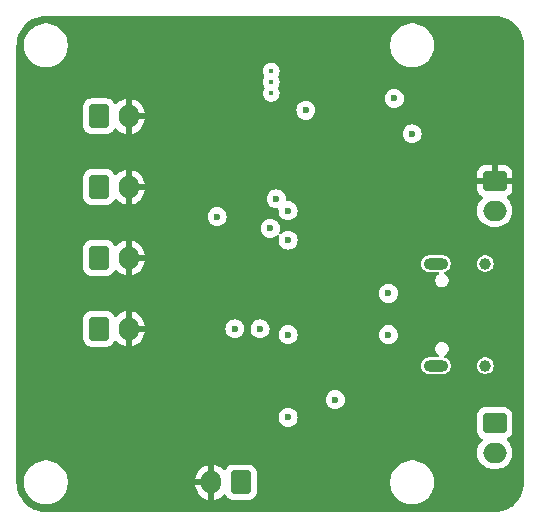
<source format=gbr>
%TF.GenerationSoftware,KiCad,Pcbnew,8.0.8*%
%TF.CreationDate,2025-02-07T16:47:41-05:00*%
%TF.ProjectId,power-delivery-board,706f7765-722d-4646-956c-69766572792d,rev?*%
%TF.SameCoordinates,Original*%
%TF.FileFunction,Copper,L3,Inr*%
%TF.FilePolarity,Positive*%
%FSLAX46Y46*%
G04 Gerber Fmt 4.6, Leading zero omitted, Abs format (unit mm)*
G04 Created by KiCad (PCBNEW 8.0.8) date 2025-02-07 16:47:41*
%MOMM*%
%LPD*%
G01*
G04 APERTURE LIST*
G04 Aperture macros list*
%AMRoundRect*
0 Rectangle with rounded corners*
0 $1 Rounding radius*
0 $2 $3 $4 $5 $6 $7 $8 $9 X,Y pos of 4 corners*
0 Add a 4 corners polygon primitive as box body*
4,1,4,$2,$3,$4,$5,$6,$7,$8,$9,$2,$3,0*
0 Add four circle primitives for the rounded corners*
1,1,$1+$1,$2,$3*
1,1,$1+$1,$4,$5*
1,1,$1+$1,$6,$7*
1,1,$1+$1,$8,$9*
0 Add four rect primitives between the rounded corners*
20,1,$1+$1,$2,$3,$4,$5,0*
20,1,$1+$1,$4,$5,$6,$7,0*
20,1,$1+$1,$6,$7,$8,$9,0*
20,1,$1+$1,$8,$9,$2,$3,0*%
G04 Aperture macros list end*
%TA.AperFunction,ComponentPad*%
%ADD10RoundRect,0.250000X-0.600000X-0.750000X0.600000X-0.750000X0.600000X0.750000X-0.600000X0.750000X0*%
%TD*%
%TA.AperFunction,ComponentPad*%
%ADD11O,1.700000X2.000000*%
%TD*%
%TA.AperFunction,ComponentPad*%
%ADD12RoundRect,0.250000X-0.750000X0.600000X-0.750000X-0.600000X0.750000X-0.600000X0.750000X0.600000X0*%
%TD*%
%TA.AperFunction,ComponentPad*%
%ADD13O,2.000000X1.700000*%
%TD*%
%TA.AperFunction,ComponentPad*%
%ADD14RoundRect,0.250000X0.600000X0.750000X-0.600000X0.750000X-0.600000X-0.750000X0.600000X-0.750000X0*%
%TD*%
%TA.AperFunction,ComponentPad*%
%ADD15O,2.100000X1.000000*%
%TD*%
%TA.AperFunction,ComponentPad*%
%ADD16C,1.000000*%
%TD*%
%TA.AperFunction,ComponentPad*%
%ADD17C,0.400000*%
%TD*%
%TA.AperFunction,ViaPad*%
%ADD18C,0.600000*%
%TD*%
G04 APERTURE END LIST*
D10*
%TO.N,VOUT2*%
%TO.C,J2*%
X59698845Y-56104083D03*
D11*
%TO.N,GND*%
X62198845Y-56104083D03*
%TD*%
D12*
%TO.N,GND*%
%TO.C,J7*%
X93198845Y-55604083D03*
D13*
%TO.N,BAT+*%
X93198845Y-58104083D03*
%TD*%
D10*
%TO.N,VOUT4*%
%TO.C,J4*%
X59698845Y-68104083D03*
D11*
%TO.N,GND*%
X62198845Y-68104083D03*
%TD*%
D14*
%TO.N,VIN*%
%TO.C,J5*%
X71698845Y-81104083D03*
D11*
%TO.N,GND*%
X69198845Y-81104083D03*
%TD*%
D15*
%TO.N,N/C*%
%TO.C,P1*%
X88218844Y-71226581D03*
X88218844Y-62586581D03*
D16*
X92398844Y-71226581D03*
X92398844Y-62586581D03*
%TD*%
D10*
%TO.N,VOUT3*%
%TO.C,J3*%
X59698845Y-62104083D03*
D11*
%TO.N,GND*%
X62198845Y-62104083D03*
%TD*%
D10*
%TO.N,VOUT1*%
%TO.C,J1*%
X59698845Y-50104083D03*
D11*
%TO.N,GND*%
X62198845Y-50104083D03*
%TD*%
D12*
%TO.N,D+*%
%TO.C,J6*%
X93198845Y-76104083D03*
D13*
%TO.N,D-*%
X93198845Y-78604083D03*
%TD*%
D17*
%TO.N,unconnected-(U1-EXP__1-PadP1)*%
%TO.C,U1*%
X74274791Y-48174083D03*
%TO.N,unconnected-(U1-EXP__2-PadP2)*%
X74274791Y-47224084D03*
%TO.N,unconnected-(U1-EXP__3-PadP3)*%
X74274791Y-46274085D03*
%TD*%
D18*
%TO.N,VOUT2*%
X74698845Y-57104083D03*
X69698845Y-58604083D03*
%TO.N,GND*%
X54648845Y-60954083D03*
X77698845Y-51104083D03*
X78698845Y-49104083D03*
X73198845Y-45104083D03*
X76198845Y-49104083D03*
X68386345Y-55104083D03*
X73774791Y-71174083D03*
X72198845Y-65104083D03*
X73228845Y-70464083D03*
X73328845Y-72034083D03*
X89198845Y-53104083D03*
X89698845Y-55604083D03*
X79698845Y-70104083D03*
X54586345Y-54954083D03*
X82198845Y-49104083D03*
X85698845Y-70104083D03*
X67698845Y-73429083D03*
X73198845Y-75104083D03*
X81198845Y-55604083D03*
X54549764Y-48917502D03*
X90098845Y-49104083D03*
X68698845Y-48604083D03*
X72198845Y-57854083D03*
X74208845Y-70524083D03*
X54648845Y-66954083D03*
X67497899Y-71429083D03*
X85616002Y-66804083D03*
X86198845Y-68104083D03*
X78773845Y-57604083D03*
X86198845Y-63604083D03*
X78198845Y-81154082D03*
X82698845Y-61104083D03*
X74248845Y-71964083D03*
X79698845Y-76104083D03*
X90098845Y-51104083D03*
X90098845Y-47104083D03*
%TO.N,VOUT3*%
X74198845Y-59604083D03*
X75698845Y-58104083D03*
%TO.N,VBUS*%
X84198845Y-68604083D03*
X86198845Y-51604083D03*
X84198845Y-65104083D03*
%TO.N,VOUT4*%
X79698845Y-74104083D03*
X75698845Y-75604083D03*
%TO.N,BAT+*%
X84698845Y-48604083D03*
%TO.N,VIN*%
X77198845Y-49604083D03*
X75698845Y-60604083D03*
X75698845Y-68604083D03*
%TO.N,Net-(U4-SW)*%
X71198845Y-68104083D03*
X73324792Y-68104083D03*
%TD*%
%TA.AperFunction,Conductor*%
%TO.N,GND*%
G36*
X93202572Y-41604809D02*
G01*
X93492630Y-41622358D01*
X93507494Y-41624163D01*
X93789629Y-41675869D01*
X93804162Y-41679452D01*
X93804306Y-41679497D01*
X94078006Y-41764789D01*
X94092006Y-41770099D01*
X94353562Y-41887819D01*
X94366821Y-41894778D01*
X94612282Y-42043167D01*
X94624605Y-42051673D01*
X94850390Y-42228566D01*
X94861598Y-42238495D01*
X95064419Y-42441318D01*
X95074348Y-42452526D01*
X95251238Y-42678312D01*
X95259744Y-42690635D01*
X95408131Y-42936097D01*
X95415090Y-42949356D01*
X95532811Y-43210921D01*
X95538120Y-43224921D01*
X95623451Y-43498755D01*
X95627035Y-43513294D01*
X95678738Y-43795427D01*
X95680543Y-43810291D01*
X95698119Y-44100809D01*
X95698345Y-44108297D01*
X95698345Y-81030583D01*
X95698344Y-81030601D01*
X95698344Y-81100337D01*
X95698118Y-81107823D01*
X95680574Y-81397885D01*
X95678769Y-81412749D01*
X95627069Y-81694883D01*
X95623486Y-81709423D01*
X95538152Y-81983274D01*
X95532842Y-81997274D01*
X95415124Y-82258839D01*
X95408165Y-82272098D01*
X95259780Y-82517560D01*
X95251275Y-82529883D01*
X95074375Y-82755685D01*
X95064445Y-82766893D01*
X94861630Y-82969713D01*
X94850422Y-82979643D01*
X94624630Y-83156543D01*
X94612307Y-83165049D01*
X94366844Y-83313440D01*
X94353586Y-83320399D01*
X94092020Y-83438125D01*
X94078019Y-83443435D01*
X93804176Y-83528772D01*
X93789637Y-83532356D01*
X93507499Y-83584063D01*
X93492635Y-83585868D01*
X93203597Y-83603357D01*
X93196108Y-83603583D01*
X55272340Y-83603583D01*
X55272324Y-83603582D01*
X55202584Y-83603582D01*
X55195099Y-83603356D01*
X54905038Y-83585815D01*
X54890173Y-83584010D01*
X54608043Y-83532312D01*
X54593503Y-83528729D01*
X54319653Y-83443396D01*
X54305653Y-83438086D01*
X54044089Y-83320369D01*
X54030830Y-83313410D01*
X53785363Y-83165023D01*
X53773047Y-83156522D01*
X53547244Y-82979619D01*
X53536042Y-82969695D01*
X53333222Y-82766876D01*
X53323293Y-82755669D01*
X53237384Y-82646015D01*
X53146395Y-82529877D01*
X53137889Y-82517555D01*
X52989496Y-82272082D01*
X52982538Y-82258824D01*
X52944100Y-82173419D01*
X52864815Y-81997255D01*
X52859513Y-81983274D01*
X52774175Y-81709413D01*
X52770596Y-81694895D01*
X52718891Y-81412746D01*
X52717087Y-81397882D01*
X52699571Y-81108285D01*
X52699345Y-81100797D01*
X52699345Y-81100337D01*
X52699346Y-81038194D01*
X52699345Y-81038190D01*
X52699345Y-80982794D01*
X53348345Y-80982794D01*
X53348345Y-81225371D01*
X53380006Y-81465868D01*
X53442792Y-81700187D01*
X53535618Y-81924288D01*
X53535621Y-81924295D01*
X53656909Y-82134372D01*
X53656911Y-82134375D01*
X53656912Y-82134376D01*
X53804578Y-82326819D01*
X53804584Y-82326826D01*
X53976101Y-82498343D01*
X53976108Y-82498349D01*
X54070581Y-82570840D01*
X54168556Y-82646019D01*
X54378633Y-82767307D01*
X54602745Y-82860137D01*
X54837056Y-82922921D01*
X55017431Y-82946667D01*
X55077556Y-82954583D01*
X55077557Y-82954583D01*
X55320134Y-82954583D01*
X55368233Y-82948250D01*
X55560634Y-82922921D01*
X55794945Y-82860137D01*
X56019057Y-82767307D01*
X56229134Y-82646019D01*
X56421583Y-82498348D01*
X56593110Y-82326821D01*
X56740781Y-82134372D01*
X56862069Y-81924295D01*
X56954899Y-81700183D01*
X57017683Y-81465872D01*
X57049345Y-81225371D01*
X57049345Y-80982795D01*
X57031578Y-80847836D01*
X67848845Y-80847836D01*
X67848845Y-80854083D01*
X68765833Y-80854083D01*
X68732920Y-80911090D01*
X68698845Y-81038257D01*
X68698845Y-81169909D01*
X68732920Y-81297076D01*
X68765833Y-81354083D01*
X67848845Y-81354083D01*
X67848845Y-81360329D01*
X67882087Y-81570210D01*
X67882087Y-81570213D01*
X67947749Y-81772300D01*
X68044224Y-81961640D01*
X68169117Y-82133542D01*
X68169121Y-82133547D01*
X68319380Y-82283806D01*
X68319385Y-82283810D01*
X68491287Y-82408703D01*
X68680627Y-82505178D01*
X68882716Y-82570840D01*
X68948845Y-82581314D01*
X68948845Y-81537095D01*
X69005852Y-81570008D01*
X69133019Y-81604083D01*
X69264671Y-81604083D01*
X69391838Y-81570008D01*
X69448845Y-81537095D01*
X69448845Y-82581313D01*
X69514971Y-82570840D01*
X69514974Y-82570840D01*
X69717062Y-82505178D01*
X69906402Y-82408703D01*
X70078303Y-82283811D01*
X70217175Y-82144939D01*
X70278498Y-82111454D01*
X70348190Y-82116438D01*
X70404124Y-82158309D01*
X70410396Y-82167523D01*
X70414030Y-82173414D01*
X70414031Y-82173417D01*
X70506133Y-82322739D01*
X70630189Y-82446795D01*
X70779511Y-82538897D01*
X70946048Y-82594082D01*
X71048836Y-82604583D01*
X72348853Y-82604582D01*
X72451642Y-82594082D01*
X72618179Y-82538897D01*
X72767501Y-82446795D01*
X72891557Y-82322739D01*
X72983659Y-82173417D01*
X73038844Y-82006880D01*
X73049345Y-81904092D01*
X73049344Y-80982794D01*
X84348345Y-80982794D01*
X84348345Y-81225371D01*
X84380006Y-81465868D01*
X84442792Y-81700187D01*
X84535618Y-81924288D01*
X84535621Y-81924295D01*
X84656909Y-82134372D01*
X84656911Y-82134375D01*
X84656912Y-82134376D01*
X84804578Y-82326819D01*
X84804584Y-82326826D01*
X84976101Y-82498343D01*
X84976108Y-82498349D01*
X85070581Y-82570840D01*
X85168556Y-82646019D01*
X85378633Y-82767307D01*
X85602745Y-82860137D01*
X85837056Y-82922921D01*
X86017431Y-82946667D01*
X86077556Y-82954583D01*
X86077557Y-82954583D01*
X86320134Y-82954583D01*
X86368233Y-82948250D01*
X86560634Y-82922921D01*
X86794945Y-82860137D01*
X87019057Y-82767307D01*
X87229134Y-82646019D01*
X87421583Y-82498348D01*
X87593110Y-82326821D01*
X87740781Y-82134372D01*
X87862069Y-81924295D01*
X87954899Y-81700183D01*
X88017683Y-81465872D01*
X88049345Y-81225371D01*
X88049345Y-80982795D01*
X88017683Y-80742294D01*
X87954899Y-80507983D01*
X87862069Y-80283871D01*
X87740781Y-80073794D01*
X87593110Y-79881345D01*
X87593105Y-79881339D01*
X87421588Y-79709822D01*
X87421581Y-79709816D01*
X87229138Y-79562150D01*
X87229137Y-79562149D01*
X87229134Y-79562147D01*
X87019057Y-79440859D01*
X87019050Y-79440856D01*
X86794949Y-79348030D01*
X86560630Y-79285244D01*
X86320134Y-79253583D01*
X86320133Y-79253583D01*
X86077557Y-79253583D01*
X86077556Y-79253583D01*
X85837059Y-79285244D01*
X85602740Y-79348030D01*
X85378639Y-79440856D01*
X85378630Y-79440860D01*
X85168551Y-79562150D01*
X84976108Y-79709816D01*
X84976101Y-79709822D01*
X84804584Y-79881339D01*
X84804578Y-79881346D01*
X84656912Y-80073789D01*
X84535622Y-80283868D01*
X84535618Y-80283877D01*
X84442792Y-80507978D01*
X84380006Y-80742297D01*
X84348345Y-80982794D01*
X73049344Y-80982794D01*
X73049344Y-80304075D01*
X73038844Y-80201286D01*
X72983659Y-80034749D01*
X72891557Y-79885427D01*
X72767501Y-79761371D01*
X72618179Y-79669269D01*
X72451642Y-79614084D01*
X72451640Y-79614083D01*
X72348855Y-79603583D01*
X71048843Y-79603583D01*
X71048826Y-79603584D01*
X70946048Y-79614083D01*
X70946045Y-79614084D01*
X70779513Y-79669268D01*
X70779508Y-79669270D01*
X70630187Y-79761372D01*
X70506134Y-79885425D01*
X70410396Y-80040642D01*
X70358448Y-80087366D01*
X70289485Y-80098589D01*
X70225403Y-80070745D01*
X70217176Y-80063226D01*
X70078309Y-79924359D01*
X70078304Y-79924355D01*
X69906402Y-79799462D01*
X69717060Y-79702986D01*
X69514969Y-79637324D01*
X69448845Y-79626851D01*
X69448845Y-80671071D01*
X69391838Y-80638158D01*
X69264671Y-80604083D01*
X69133019Y-80604083D01*
X69005852Y-80638158D01*
X68948845Y-80671071D01*
X68948845Y-79626851D01*
X68948844Y-79626851D01*
X68882720Y-79637324D01*
X68680629Y-79702986D01*
X68491287Y-79799462D01*
X68319385Y-79924355D01*
X68319380Y-79924359D01*
X68169121Y-80074618D01*
X68169117Y-80074623D01*
X68044224Y-80246525D01*
X67947749Y-80435865D01*
X67882087Y-80637952D01*
X67882087Y-80637955D01*
X67848845Y-80847836D01*
X57031578Y-80847836D01*
X57017683Y-80742294D01*
X56954899Y-80507983D01*
X56862069Y-80283871D01*
X56740781Y-80073794D01*
X56593110Y-79881345D01*
X56593105Y-79881339D01*
X56421588Y-79709822D01*
X56421581Y-79709816D01*
X56229138Y-79562150D01*
X56229137Y-79562149D01*
X56229134Y-79562147D01*
X56019057Y-79440859D01*
X56019050Y-79440856D01*
X55794949Y-79348030D01*
X55560630Y-79285244D01*
X55320134Y-79253583D01*
X55320133Y-79253583D01*
X55077557Y-79253583D01*
X55077556Y-79253583D01*
X54837059Y-79285244D01*
X54602740Y-79348030D01*
X54378639Y-79440856D01*
X54378630Y-79440860D01*
X54168551Y-79562150D01*
X53976108Y-79709816D01*
X53976101Y-79709822D01*
X53804584Y-79881339D01*
X53804578Y-79881346D01*
X53656912Y-80073789D01*
X53535622Y-80283868D01*
X53535618Y-80283877D01*
X53442792Y-80507978D01*
X53380006Y-80742297D01*
X53348345Y-80982794D01*
X52699345Y-80982794D01*
X52699345Y-75604079D01*
X74893280Y-75604079D01*
X74893280Y-75604086D01*
X74913475Y-75783332D01*
X74913476Y-75783337D01*
X74973056Y-75953606D01*
X75069029Y-76106345D01*
X75196583Y-76233899D01*
X75349323Y-76329872D01*
X75519590Y-76389451D01*
X75519595Y-76389452D01*
X75698841Y-76409648D01*
X75698845Y-76409648D01*
X75698849Y-76409648D01*
X75878094Y-76389452D01*
X75878097Y-76389451D01*
X75878100Y-76389451D01*
X76048367Y-76329872D01*
X76201107Y-76233899D01*
X76328661Y-76106345D01*
X76424634Y-75953605D01*
X76484213Y-75783338D01*
X76504410Y-75604083D01*
X76487508Y-75454075D01*
X76487507Y-75454066D01*
X91698345Y-75454066D01*
X91698345Y-76754084D01*
X91698346Y-76754101D01*
X91708845Y-76856879D01*
X91708846Y-76856882D01*
X91764030Y-77023414D01*
X91764032Y-77023419D01*
X91856134Y-77172740D01*
X91980189Y-77296795D01*
X92134965Y-77392261D01*
X92181690Y-77444209D01*
X92192913Y-77513171D01*
X92165069Y-77577254D01*
X92157551Y-77585481D01*
X92018734Y-77724298D01*
X91893796Y-77896262D01*
X91797289Y-78085668D01*
X91731598Y-78287843D01*
X91698345Y-78497796D01*
X91698345Y-78710369D01*
X91731598Y-78920322D01*
X91797289Y-79122497D01*
X91893796Y-79311903D01*
X92018735Y-79483869D01*
X92169058Y-79634192D01*
X92341024Y-79759131D01*
X92341026Y-79759132D01*
X92341029Y-79759134D01*
X92530433Y-79855640D01*
X92732602Y-79921329D01*
X92942558Y-79954583D01*
X92942559Y-79954583D01*
X93455131Y-79954583D01*
X93455132Y-79954583D01*
X93665088Y-79921329D01*
X93867257Y-79855640D01*
X94056661Y-79759134D01*
X94133943Y-79702986D01*
X94228631Y-79634192D01*
X94228633Y-79634189D01*
X94228637Y-79634187D01*
X94378949Y-79483875D01*
X94378951Y-79483871D01*
X94378954Y-79483869D01*
X94503893Y-79311903D01*
X94503892Y-79311903D01*
X94503896Y-79311899D01*
X94600402Y-79122495D01*
X94666091Y-78920326D01*
X94699345Y-78710370D01*
X94699345Y-78497796D01*
X94666091Y-78287840D01*
X94600402Y-78085671D01*
X94503896Y-77896267D01*
X94503894Y-77896264D01*
X94503893Y-77896262D01*
X94378954Y-77724296D01*
X94240139Y-77585481D01*
X94206654Y-77524158D01*
X94211638Y-77454466D01*
X94253510Y-77398533D01*
X94262724Y-77392261D01*
X94268176Y-77388897D01*
X94268179Y-77388897D01*
X94417501Y-77296795D01*
X94541557Y-77172739D01*
X94633659Y-77023417D01*
X94688844Y-76856880D01*
X94699345Y-76754092D01*
X94699344Y-75454075D01*
X94688844Y-75351286D01*
X94633659Y-75184749D01*
X94541557Y-75035427D01*
X94417501Y-74911371D01*
X94324733Y-74854152D01*
X94268181Y-74819270D01*
X94268176Y-74819268D01*
X94266501Y-74818713D01*
X94101642Y-74764084D01*
X94101640Y-74764083D01*
X93998855Y-74753583D01*
X92398843Y-74753583D01*
X92398826Y-74753584D01*
X92296048Y-74764083D01*
X92296045Y-74764084D01*
X92129513Y-74819268D01*
X92129508Y-74819270D01*
X91980187Y-74911372D01*
X91856134Y-75035425D01*
X91764032Y-75184746D01*
X91764030Y-75184751D01*
X91736194Y-75268753D01*
X91708846Y-75351286D01*
X91708846Y-75351287D01*
X91708845Y-75351287D01*
X91698345Y-75454066D01*
X76487507Y-75454066D01*
X76484214Y-75424833D01*
X76484213Y-75424828D01*
X76458480Y-75351287D01*
X76424634Y-75254561D01*
X76328661Y-75101821D01*
X76201107Y-74974267D01*
X76048368Y-74878294D01*
X75878099Y-74818714D01*
X75878094Y-74818713D01*
X75698849Y-74798518D01*
X75698841Y-74798518D01*
X75519595Y-74818713D01*
X75519590Y-74818714D01*
X75349321Y-74878294D01*
X75196582Y-74974267D01*
X75069029Y-75101820D01*
X74973056Y-75254559D01*
X74913476Y-75424828D01*
X74913475Y-75424833D01*
X74893280Y-75604079D01*
X52699345Y-75604079D01*
X52699345Y-74104079D01*
X78893280Y-74104079D01*
X78893280Y-74104086D01*
X78913475Y-74283332D01*
X78913476Y-74283337D01*
X78973056Y-74453606D01*
X79069029Y-74606345D01*
X79196583Y-74733899D01*
X79244621Y-74764083D01*
X79331566Y-74818715D01*
X79349323Y-74829872D01*
X79487705Y-74878294D01*
X79519590Y-74889451D01*
X79519595Y-74889452D01*
X79698841Y-74909648D01*
X79698845Y-74909648D01*
X79698849Y-74909648D01*
X79878094Y-74889452D01*
X79878097Y-74889451D01*
X79878100Y-74889451D01*
X80048367Y-74829872D01*
X80201107Y-74733899D01*
X80328661Y-74606345D01*
X80424634Y-74453605D01*
X80484213Y-74283338D01*
X80504410Y-74104083D01*
X80484213Y-73924828D01*
X80424634Y-73754561D01*
X80328661Y-73601821D01*
X80201107Y-73474267D01*
X80048368Y-73378294D01*
X79878099Y-73318714D01*
X79878094Y-73318713D01*
X79698849Y-73298518D01*
X79698841Y-73298518D01*
X79519595Y-73318713D01*
X79519590Y-73318714D01*
X79349321Y-73378294D01*
X79196582Y-73474267D01*
X79069029Y-73601820D01*
X78973056Y-73754559D01*
X78913476Y-73924828D01*
X78913475Y-73924833D01*
X78893280Y-74104079D01*
X52699345Y-74104079D01*
X52699345Y-71295576D01*
X86968343Y-71295576D01*
X86995262Y-71430903D01*
X86995265Y-71430913D01*
X87048065Y-71558385D01*
X87048072Y-71558398D01*
X87124729Y-71673122D01*
X87124732Y-71673126D01*
X87222298Y-71770692D01*
X87222302Y-71770695D01*
X87337026Y-71847352D01*
X87337039Y-71847359D01*
X87464511Y-71900159D01*
X87464516Y-71900161D01*
X87464520Y-71900161D01*
X87464521Y-71900162D01*
X87599848Y-71927081D01*
X87599851Y-71927081D01*
X88837839Y-71927081D01*
X88928885Y-71908970D01*
X88973172Y-71900161D01*
X89100655Y-71847356D01*
X89215386Y-71770695D01*
X89312958Y-71673123D01*
X89389619Y-71558392D01*
X89442424Y-71430909D01*
X89469344Y-71295574D01*
X89469344Y-71226581D01*
X91693199Y-71226581D01*
X91713703Y-71395450D01*
X91713704Y-71395455D01*
X91774026Y-71554512D01*
X91836319Y-71644758D01*
X91870661Y-71694510D01*
X91976349Y-71788141D01*
X91997994Y-71807317D01*
X92148617Y-71886370D01*
X92148619Y-71886371D01*
X92313788Y-71927081D01*
X92483900Y-71927081D01*
X92649069Y-71886371D01*
X92728536Y-71844662D01*
X92799693Y-71807317D01*
X92799694Y-71807315D01*
X92799696Y-71807315D01*
X92927027Y-71694510D01*
X93023662Y-71554511D01*
X93083984Y-71395453D01*
X93104489Y-71226581D01*
X93083984Y-71057709D01*
X93070537Y-71022253D01*
X93023661Y-70898649D01*
X92941789Y-70780039D01*
X92927027Y-70758652D01*
X92799696Y-70645847D01*
X92799693Y-70645844D01*
X92649070Y-70566791D01*
X92483900Y-70526081D01*
X92313788Y-70526081D01*
X92148617Y-70566791D01*
X91997994Y-70645844D01*
X91870660Y-70758653D01*
X91774026Y-70898649D01*
X91713704Y-71057706D01*
X91713703Y-71057711D01*
X91693199Y-71226581D01*
X89469344Y-71226581D01*
X89469344Y-71157588D01*
X89469344Y-71157585D01*
X89442425Y-71022258D01*
X89442424Y-71022257D01*
X89442424Y-71022253D01*
X89391226Y-70898649D01*
X89389622Y-70894776D01*
X89389615Y-70894763D01*
X89312958Y-70780039D01*
X89312955Y-70780035D01*
X89215389Y-70682469D01*
X89215385Y-70682466D01*
X89100661Y-70605809D01*
X89100648Y-70605802D01*
X88967545Y-70550670D01*
X88968289Y-70548872D01*
X88917374Y-70515493D01*
X88888928Y-70451676D01*
X88899500Y-70382610D01*
X88945732Y-70330225D01*
X88949821Y-70327758D01*
X89072209Y-70257097D01*
X89179359Y-70149947D01*
X89255125Y-70018717D01*
X89294344Y-69872348D01*
X89294344Y-69720816D01*
X89255125Y-69574447D01*
X89253042Y-69570840D01*
X89215132Y-69505178D01*
X89179359Y-69443217D01*
X89072209Y-69336067D01*
X88981691Y-69283806D01*
X88940980Y-69260301D01*
X88842444Y-69233899D01*
X88794610Y-69221082D01*
X88643078Y-69221082D01*
X88496707Y-69260301D01*
X88365479Y-69336067D01*
X88365476Y-69336069D01*
X88258331Y-69443214D01*
X88258329Y-69443217D01*
X88182563Y-69574445D01*
X88143344Y-69720816D01*
X88143344Y-69872347D01*
X88182563Y-70018718D01*
X88220446Y-70084332D01*
X88258329Y-70149947D01*
X88365479Y-70257097D01*
X88430599Y-70294694D01*
X88478814Y-70345262D01*
X88492036Y-70413869D01*
X88466068Y-70478733D01*
X88409154Y-70519261D01*
X88368598Y-70526081D01*
X87599849Y-70526081D01*
X87464521Y-70552999D01*
X87464511Y-70553002D01*
X87337039Y-70605802D01*
X87337026Y-70605809D01*
X87222302Y-70682466D01*
X87222298Y-70682469D01*
X87124732Y-70780035D01*
X87124729Y-70780039D01*
X87048072Y-70894763D01*
X87048065Y-70894776D01*
X86995265Y-71022248D01*
X86995262Y-71022258D01*
X86968344Y-71157585D01*
X86968344Y-71157588D01*
X86968344Y-71295574D01*
X86968344Y-71295576D01*
X86968343Y-71295576D01*
X52699345Y-71295576D01*
X52699345Y-67304066D01*
X58348345Y-67304066D01*
X58348345Y-68904084D01*
X58348346Y-68904101D01*
X58358845Y-69006879D01*
X58358846Y-69006882D01*
X58391805Y-69106345D01*
X58414031Y-69173417D01*
X58506133Y-69322739D01*
X58630189Y-69446795D01*
X58779511Y-69538897D01*
X58946048Y-69594082D01*
X59048836Y-69604583D01*
X60348853Y-69604582D01*
X60451642Y-69594082D01*
X60618179Y-69538897D01*
X60767501Y-69446795D01*
X60891557Y-69322739D01*
X60983659Y-69173417D01*
X60983659Y-69173414D01*
X60987293Y-69167524D01*
X61039240Y-69120799D01*
X61108203Y-69109576D01*
X61172285Y-69137419D01*
X61180513Y-69144939D01*
X61319380Y-69283806D01*
X61319385Y-69283810D01*
X61491287Y-69408703D01*
X61680627Y-69505178D01*
X61882716Y-69570840D01*
X61948845Y-69581314D01*
X61948845Y-68537095D01*
X62005852Y-68570008D01*
X62133019Y-68604083D01*
X62264671Y-68604083D01*
X62391838Y-68570008D01*
X62448845Y-68537095D01*
X62448845Y-69581313D01*
X62514971Y-69570840D01*
X62514974Y-69570840D01*
X62717062Y-69505178D01*
X62906402Y-69408703D01*
X63078304Y-69283810D01*
X63078309Y-69283806D01*
X63228568Y-69133547D01*
X63228572Y-69133542D01*
X63353465Y-68961640D01*
X63449940Y-68772300D01*
X63515602Y-68570213D01*
X63515602Y-68570210D01*
X63548845Y-68360329D01*
X63548845Y-68354083D01*
X62631857Y-68354083D01*
X62664770Y-68297076D01*
X62698845Y-68169909D01*
X62698845Y-68104079D01*
X70393280Y-68104079D01*
X70393280Y-68104086D01*
X70413475Y-68283332D01*
X70413476Y-68283337D01*
X70473056Y-68453606D01*
X70546197Y-68570008D01*
X70569029Y-68606345D01*
X70696583Y-68733899D01*
X70849323Y-68829872D01*
X71019590Y-68889451D01*
X71019595Y-68889452D01*
X71198841Y-68909648D01*
X71198845Y-68909648D01*
X71198849Y-68909648D01*
X71378094Y-68889452D01*
X71378097Y-68889451D01*
X71378100Y-68889451D01*
X71548367Y-68829872D01*
X71701107Y-68733899D01*
X71828661Y-68606345D01*
X71924634Y-68453605D01*
X71984213Y-68283338D01*
X71984214Y-68283332D01*
X72004410Y-68104086D01*
X72004410Y-68104079D01*
X72519227Y-68104079D01*
X72519227Y-68104086D01*
X72539422Y-68283332D01*
X72539423Y-68283337D01*
X72599003Y-68453606D01*
X72672144Y-68570008D01*
X72694976Y-68606345D01*
X72822530Y-68733899D01*
X72975270Y-68829872D01*
X73145537Y-68889451D01*
X73145542Y-68889452D01*
X73324788Y-68909648D01*
X73324792Y-68909648D01*
X73324796Y-68909648D01*
X73504041Y-68889452D01*
X73504044Y-68889451D01*
X73504047Y-68889451D01*
X73674314Y-68829872D01*
X73827054Y-68733899D01*
X73954608Y-68606345D01*
X73956032Y-68604079D01*
X74893280Y-68604079D01*
X74893280Y-68604086D01*
X74913475Y-68783332D01*
X74913476Y-68783337D01*
X74973056Y-68953606D01*
X75006530Y-69006879D01*
X75069029Y-69106345D01*
X75196583Y-69233899D01*
X75349323Y-69329872D01*
X75519590Y-69389451D01*
X75519595Y-69389452D01*
X75698841Y-69409648D01*
X75698845Y-69409648D01*
X75698849Y-69409648D01*
X75878094Y-69389452D01*
X75878097Y-69389451D01*
X75878100Y-69389451D01*
X76048367Y-69329872D01*
X76201107Y-69233899D01*
X76328661Y-69106345D01*
X76424634Y-68953605D01*
X76484213Y-68783338D01*
X76485457Y-68772300D01*
X76504410Y-68604086D01*
X76504410Y-68604079D01*
X83393280Y-68604079D01*
X83393280Y-68604086D01*
X83413475Y-68783332D01*
X83413476Y-68783337D01*
X83473056Y-68953606D01*
X83506530Y-69006879D01*
X83569029Y-69106345D01*
X83696583Y-69233899D01*
X83849323Y-69329872D01*
X84019590Y-69389451D01*
X84019595Y-69389452D01*
X84198841Y-69409648D01*
X84198845Y-69409648D01*
X84198849Y-69409648D01*
X84378094Y-69389452D01*
X84378097Y-69389451D01*
X84378100Y-69389451D01*
X84548367Y-69329872D01*
X84701107Y-69233899D01*
X84828661Y-69106345D01*
X84924634Y-68953605D01*
X84984213Y-68783338D01*
X84985457Y-68772300D01*
X85004410Y-68604086D01*
X85004410Y-68604079D01*
X84984214Y-68424833D01*
X84984213Y-68424828D01*
X84959458Y-68354083D01*
X84924634Y-68254561D01*
X84828661Y-68101821D01*
X84701107Y-67974267D01*
X84548368Y-67878294D01*
X84378099Y-67818714D01*
X84378094Y-67818713D01*
X84198849Y-67798518D01*
X84198841Y-67798518D01*
X84019595Y-67818713D01*
X84019590Y-67818714D01*
X83849321Y-67878294D01*
X83696582Y-67974267D01*
X83569029Y-68101820D01*
X83473056Y-68254559D01*
X83413476Y-68424828D01*
X83413475Y-68424833D01*
X83393280Y-68604079D01*
X76504410Y-68604079D01*
X76484214Y-68424833D01*
X76484213Y-68424828D01*
X76459458Y-68354083D01*
X76424634Y-68254561D01*
X76328661Y-68101821D01*
X76201107Y-67974267D01*
X76048368Y-67878294D01*
X75878099Y-67818714D01*
X75878094Y-67818713D01*
X75698849Y-67798518D01*
X75698841Y-67798518D01*
X75519595Y-67818713D01*
X75519590Y-67818714D01*
X75349321Y-67878294D01*
X75196582Y-67974267D01*
X75069029Y-68101820D01*
X74973056Y-68254559D01*
X74913476Y-68424828D01*
X74913475Y-68424833D01*
X74893280Y-68604079D01*
X73956032Y-68604079D01*
X74050581Y-68453605D01*
X74110160Y-68283338D01*
X74110161Y-68283332D01*
X74130357Y-68104086D01*
X74130357Y-68104079D01*
X74110161Y-67924833D01*
X74110160Y-67924828D01*
X74065962Y-67798518D01*
X74050581Y-67754561D01*
X73954608Y-67601821D01*
X73827054Y-67474267D01*
X73765938Y-67435865D01*
X73674315Y-67378294D01*
X73504046Y-67318714D01*
X73504041Y-67318713D01*
X73324796Y-67298518D01*
X73324788Y-67298518D01*
X73145542Y-67318713D01*
X73145537Y-67318714D01*
X72975268Y-67378294D01*
X72822529Y-67474267D01*
X72694976Y-67601820D01*
X72599003Y-67754559D01*
X72539423Y-67924828D01*
X72539422Y-67924833D01*
X72519227Y-68104079D01*
X72004410Y-68104079D01*
X71984214Y-67924833D01*
X71984213Y-67924828D01*
X71940015Y-67798518D01*
X71924634Y-67754561D01*
X71828661Y-67601821D01*
X71701107Y-67474267D01*
X71639991Y-67435865D01*
X71548368Y-67378294D01*
X71378099Y-67318714D01*
X71378094Y-67318713D01*
X71198849Y-67298518D01*
X71198841Y-67298518D01*
X71019595Y-67318713D01*
X71019590Y-67318714D01*
X70849321Y-67378294D01*
X70696582Y-67474267D01*
X70569029Y-67601820D01*
X70473056Y-67754559D01*
X70413476Y-67924828D01*
X70413475Y-67924833D01*
X70393280Y-68104079D01*
X62698845Y-68104079D01*
X62698845Y-68038257D01*
X62664770Y-67911090D01*
X62631857Y-67854083D01*
X63548845Y-67854083D01*
X63548845Y-67847836D01*
X63515602Y-67637955D01*
X63515602Y-67637952D01*
X63449940Y-67435865D01*
X63353465Y-67246525D01*
X63228572Y-67074623D01*
X63228568Y-67074618D01*
X63078309Y-66924359D01*
X63078304Y-66924355D01*
X62906402Y-66799462D01*
X62717060Y-66702986D01*
X62514969Y-66637324D01*
X62448845Y-66626851D01*
X62448845Y-67671071D01*
X62391838Y-67638158D01*
X62264671Y-67604083D01*
X62133019Y-67604083D01*
X62005852Y-67638158D01*
X61948845Y-67671071D01*
X61948845Y-66626851D01*
X61948844Y-66626851D01*
X61882720Y-66637324D01*
X61680629Y-66702986D01*
X61491287Y-66799462D01*
X61319386Y-66924354D01*
X61180513Y-67063227D01*
X61119190Y-67096711D01*
X61049498Y-67091727D01*
X60993565Y-67049855D01*
X60987293Y-67040641D01*
X60891557Y-66885427D01*
X60767502Y-66761372D01*
X60767501Y-66761371D01*
X60618179Y-66669269D01*
X60451642Y-66614084D01*
X60451640Y-66614083D01*
X60348855Y-66603583D01*
X59048843Y-66603583D01*
X59048826Y-66603584D01*
X58946048Y-66614083D01*
X58946045Y-66614084D01*
X58779513Y-66669268D01*
X58779508Y-66669270D01*
X58630187Y-66761372D01*
X58506134Y-66885425D01*
X58414032Y-67034746D01*
X58414030Y-67034751D01*
X58409025Y-67049855D01*
X58358846Y-67201286D01*
X58358846Y-67201287D01*
X58358845Y-67201287D01*
X58348345Y-67304066D01*
X52699345Y-67304066D01*
X52699345Y-65104079D01*
X83393280Y-65104079D01*
X83393280Y-65104086D01*
X83413475Y-65283332D01*
X83413476Y-65283337D01*
X83473056Y-65453606D01*
X83569029Y-65606345D01*
X83696583Y-65733899D01*
X83849323Y-65829872D01*
X84019590Y-65889451D01*
X84019595Y-65889452D01*
X84198841Y-65909648D01*
X84198845Y-65909648D01*
X84198849Y-65909648D01*
X84378094Y-65889452D01*
X84378097Y-65889451D01*
X84378100Y-65889451D01*
X84548367Y-65829872D01*
X84701107Y-65733899D01*
X84828661Y-65606345D01*
X84924634Y-65453605D01*
X84984213Y-65283338D01*
X85004410Y-65104083D01*
X84984213Y-64924828D01*
X84924634Y-64754561D01*
X84828661Y-64601821D01*
X84701107Y-64474267D01*
X84548368Y-64378294D01*
X84378099Y-64318714D01*
X84378094Y-64318713D01*
X84198849Y-64298518D01*
X84198841Y-64298518D01*
X84019595Y-64318713D01*
X84019590Y-64318714D01*
X83849321Y-64378294D01*
X83696582Y-64474267D01*
X83569029Y-64601820D01*
X83473056Y-64754559D01*
X83413476Y-64924828D01*
X83413475Y-64924833D01*
X83393280Y-65104079D01*
X52699345Y-65104079D01*
X52699345Y-61304066D01*
X58348345Y-61304066D01*
X58348345Y-62904084D01*
X58348346Y-62904101D01*
X58358845Y-63006879D01*
X58358846Y-63006882D01*
X58367542Y-63033123D01*
X58414031Y-63173417D01*
X58506133Y-63322739D01*
X58630189Y-63446795D01*
X58779511Y-63538897D01*
X58946048Y-63594082D01*
X59048836Y-63604583D01*
X60348853Y-63604582D01*
X60451642Y-63594082D01*
X60618179Y-63538897D01*
X60767501Y-63446795D01*
X60891557Y-63322739D01*
X60983659Y-63173417D01*
X60983659Y-63173414D01*
X60987293Y-63167524D01*
X61039240Y-63120799D01*
X61108203Y-63109576D01*
X61172285Y-63137419D01*
X61180513Y-63144939D01*
X61319380Y-63283806D01*
X61319385Y-63283810D01*
X61491287Y-63408703D01*
X61680627Y-63505178D01*
X61882716Y-63570840D01*
X61948845Y-63581314D01*
X61948845Y-62537095D01*
X62005852Y-62570008D01*
X62133019Y-62604083D01*
X62264671Y-62604083D01*
X62391838Y-62570008D01*
X62448845Y-62537095D01*
X62448845Y-63581313D01*
X62514971Y-63570840D01*
X62514974Y-63570840D01*
X62717062Y-63505178D01*
X62906402Y-63408703D01*
X63078304Y-63283810D01*
X63078309Y-63283806D01*
X63228568Y-63133547D01*
X63228572Y-63133542D01*
X63353465Y-62961640D01*
X63449940Y-62772300D01*
X63487866Y-62655576D01*
X86968343Y-62655576D01*
X86995262Y-62790903D01*
X86995265Y-62790913D01*
X87048065Y-62918385D01*
X87048072Y-62918398D01*
X87124729Y-63033122D01*
X87124732Y-63033126D01*
X87222298Y-63130692D01*
X87222302Y-63130695D01*
X87337026Y-63207352D01*
X87337039Y-63207359D01*
X87464511Y-63260159D01*
X87464516Y-63260161D01*
X87464520Y-63260161D01*
X87464521Y-63260162D01*
X87599848Y-63287081D01*
X88368598Y-63287081D01*
X88435637Y-63306766D01*
X88481392Y-63359570D01*
X88491336Y-63428728D01*
X88462311Y-63492284D01*
X88430599Y-63518468D01*
X88365479Y-63556065D01*
X88365476Y-63556067D01*
X88258331Y-63663212D01*
X88258329Y-63663215D01*
X88182563Y-63794443D01*
X88143344Y-63940814D01*
X88143344Y-64092345D01*
X88182563Y-64238716D01*
X88217090Y-64298518D01*
X88258329Y-64369945D01*
X88365479Y-64477095D01*
X88496709Y-64552861D01*
X88643078Y-64592080D01*
X88643080Y-64592080D01*
X88794608Y-64592080D01*
X88794610Y-64592080D01*
X88940979Y-64552861D01*
X89072209Y-64477095D01*
X89179359Y-64369945D01*
X89255125Y-64238715D01*
X89294344Y-64092346D01*
X89294344Y-63940814D01*
X89255125Y-63794445D01*
X89179359Y-63663215D01*
X89072209Y-63556065D01*
X88961738Y-63492284D01*
X88949820Y-63485403D01*
X88901605Y-63434835D01*
X88888383Y-63366228D01*
X88914351Y-63301364D01*
X88967862Y-63263258D01*
X88967545Y-63262492D01*
X88970878Y-63261111D01*
X88971265Y-63260836D01*
X88972549Y-63260418D01*
X88973167Y-63260161D01*
X88973172Y-63260161D01*
X89100655Y-63207356D01*
X89215386Y-63130695D01*
X89312958Y-63033123D01*
X89389619Y-62918392D01*
X89442424Y-62790909D01*
X89469344Y-62655574D01*
X89469344Y-62586581D01*
X91693199Y-62586581D01*
X91713703Y-62755450D01*
X91713704Y-62755455D01*
X91774026Y-62914512D01*
X91806557Y-62961640D01*
X91870661Y-63054510D01*
X91959870Y-63133542D01*
X91997994Y-63167317D01*
X92148617Y-63246370D01*
X92148619Y-63246371D01*
X92313788Y-63287081D01*
X92483900Y-63287081D01*
X92649069Y-63246371D01*
X92728536Y-63204662D01*
X92799693Y-63167317D01*
X92799694Y-63167315D01*
X92799696Y-63167315D01*
X92927027Y-63054510D01*
X93023662Y-62914511D01*
X93083984Y-62755453D01*
X93104489Y-62586581D01*
X93083984Y-62417709D01*
X93070537Y-62382253D01*
X93059854Y-62354083D01*
X93023662Y-62258651D01*
X93020987Y-62254776D01*
X92941789Y-62140039D01*
X92927027Y-62118652D01*
X92799696Y-62005847D01*
X92799693Y-62005844D01*
X92649070Y-61926791D01*
X92483900Y-61886081D01*
X92313788Y-61886081D01*
X92148617Y-61926791D01*
X91997994Y-62005844D01*
X91870660Y-62118653D01*
X91774026Y-62258649D01*
X91713704Y-62417706D01*
X91713703Y-62417711D01*
X91693199Y-62586581D01*
X89469344Y-62586581D01*
X89469344Y-62517588D01*
X89469344Y-62517585D01*
X89442425Y-62382258D01*
X89442424Y-62382257D01*
X89442424Y-62382253D01*
X89391226Y-62258649D01*
X89389622Y-62254776D01*
X89389615Y-62254763D01*
X89312958Y-62140039D01*
X89312955Y-62140035D01*
X89215389Y-62042469D01*
X89215385Y-62042466D01*
X89100661Y-61965809D01*
X89100648Y-61965802D01*
X88973176Y-61913002D01*
X88973166Y-61912999D01*
X88837839Y-61886081D01*
X88837837Y-61886081D01*
X87599851Y-61886081D01*
X87599849Y-61886081D01*
X87464521Y-61912999D01*
X87464511Y-61913002D01*
X87337039Y-61965802D01*
X87337026Y-61965809D01*
X87222302Y-62042466D01*
X87222298Y-62042469D01*
X87124732Y-62140035D01*
X87124729Y-62140039D01*
X87048072Y-62254763D01*
X87048065Y-62254776D01*
X86995265Y-62382248D01*
X86995262Y-62382258D01*
X86968344Y-62517585D01*
X86968344Y-62517588D01*
X86968344Y-62655574D01*
X86968344Y-62655576D01*
X86968343Y-62655576D01*
X63487866Y-62655576D01*
X63515602Y-62570213D01*
X63515602Y-62570210D01*
X63548845Y-62360329D01*
X63548845Y-62354083D01*
X62631857Y-62354083D01*
X62664770Y-62297076D01*
X62698845Y-62169909D01*
X62698845Y-62038257D01*
X62664770Y-61911090D01*
X62631857Y-61854083D01*
X63548845Y-61854083D01*
X63548845Y-61847836D01*
X63515602Y-61637955D01*
X63515602Y-61637952D01*
X63449940Y-61435865D01*
X63353465Y-61246525D01*
X63228572Y-61074623D01*
X63228568Y-61074618D01*
X63078309Y-60924359D01*
X63078304Y-60924355D01*
X62906402Y-60799462D01*
X62717060Y-60702986D01*
X62514969Y-60637324D01*
X62448845Y-60626851D01*
X62448845Y-61671071D01*
X62391838Y-61638158D01*
X62264671Y-61604083D01*
X62133019Y-61604083D01*
X62005852Y-61638158D01*
X61948845Y-61671071D01*
X61948845Y-60626851D01*
X61948844Y-60626851D01*
X61882720Y-60637324D01*
X61680629Y-60702986D01*
X61491287Y-60799462D01*
X61319386Y-60924354D01*
X61180513Y-61063227D01*
X61119190Y-61096711D01*
X61049498Y-61091727D01*
X60993565Y-61049855D01*
X60987293Y-61040641D01*
X60891557Y-60885427D01*
X60767502Y-60761372D01*
X60767501Y-60761371D01*
X60618179Y-60669269D01*
X60451642Y-60614084D01*
X60451640Y-60614083D01*
X60348855Y-60603583D01*
X59048843Y-60603583D01*
X59048826Y-60603584D01*
X58946048Y-60614083D01*
X58946045Y-60614084D01*
X58779513Y-60669268D01*
X58779508Y-60669270D01*
X58630187Y-60761372D01*
X58506134Y-60885425D01*
X58414032Y-61034746D01*
X58414030Y-61034751D01*
X58409025Y-61049855D01*
X58358846Y-61201286D01*
X58358846Y-61201287D01*
X58358845Y-61201287D01*
X58348345Y-61304066D01*
X52699345Y-61304066D01*
X52699345Y-59604079D01*
X73393280Y-59604079D01*
X73393280Y-59604086D01*
X73413475Y-59783332D01*
X73413476Y-59783337D01*
X73473056Y-59953606D01*
X73506095Y-60006187D01*
X73569029Y-60106345D01*
X73696583Y-60233899D01*
X73849323Y-60329872D01*
X74019590Y-60389451D01*
X74019595Y-60389452D01*
X74198841Y-60409648D01*
X74198845Y-60409648D01*
X74198849Y-60409648D01*
X74378094Y-60389452D01*
X74378097Y-60389451D01*
X74378100Y-60389451D01*
X74548367Y-60329872D01*
X74701107Y-60233899D01*
X74746400Y-60188605D01*
X74807721Y-60155121D01*
X74877412Y-60160105D01*
X74933346Y-60201976D01*
X74957764Y-60267440D01*
X74951122Y-60317241D01*
X74913477Y-60424825D01*
X74913475Y-60424833D01*
X74893280Y-60604079D01*
X74893280Y-60604086D01*
X74913475Y-60783332D01*
X74913476Y-60783337D01*
X74973056Y-60953606D01*
X75049097Y-61074623D01*
X75069029Y-61106345D01*
X75196583Y-61233899D01*
X75349323Y-61329872D01*
X75519590Y-61389451D01*
X75519595Y-61389452D01*
X75698841Y-61409648D01*
X75698845Y-61409648D01*
X75698849Y-61409648D01*
X75878094Y-61389452D01*
X75878097Y-61389451D01*
X75878100Y-61389451D01*
X76048367Y-61329872D01*
X76201107Y-61233899D01*
X76328661Y-61106345D01*
X76424634Y-60953605D01*
X76484213Y-60783338D01*
X76486688Y-60761371D01*
X76504410Y-60604086D01*
X76504410Y-60604079D01*
X76484214Y-60424833D01*
X76484213Y-60424828D01*
X76450986Y-60329871D01*
X76424634Y-60254561D01*
X76328661Y-60101821D01*
X76201107Y-59974267D01*
X76147722Y-59940723D01*
X76048368Y-59878294D01*
X75878099Y-59818714D01*
X75878094Y-59818713D01*
X75698849Y-59798518D01*
X75698841Y-59798518D01*
X75519595Y-59818713D01*
X75519590Y-59818714D01*
X75349321Y-59878294D01*
X75196582Y-59974267D01*
X75151289Y-60019560D01*
X75089966Y-60053044D01*
X75020274Y-60048059D01*
X74964341Y-60006187D01*
X74939925Y-59940723D01*
X74946568Y-59890923D01*
X74984211Y-59783345D01*
X74984214Y-59783332D01*
X75004410Y-59604086D01*
X75004410Y-59604079D01*
X74984214Y-59424833D01*
X74984213Y-59424828D01*
X74924633Y-59254559D01*
X74848998Y-59134187D01*
X74828661Y-59101821D01*
X74701107Y-58974267D01*
X74598267Y-58909648D01*
X74548368Y-58878294D01*
X74378099Y-58818714D01*
X74378094Y-58818713D01*
X74198849Y-58798518D01*
X74198841Y-58798518D01*
X74019595Y-58818713D01*
X74019590Y-58818714D01*
X73849321Y-58878294D01*
X73696582Y-58974267D01*
X73569029Y-59101820D01*
X73473056Y-59254559D01*
X73413476Y-59424828D01*
X73413475Y-59424833D01*
X73393280Y-59604079D01*
X52699345Y-59604079D01*
X52699345Y-58604079D01*
X68893280Y-58604079D01*
X68893280Y-58604086D01*
X68913475Y-58783332D01*
X68913476Y-58783337D01*
X68973056Y-58953606D01*
X69066186Y-59101820D01*
X69069029Y-59106345D01*
X69196583Y-59233899D01*
X69349323Y-59329872D01*
X69422958Y-59355638D01*
X69519590Y-59389451D01*
X69519595Y-59389452D01*
X69698841Y-59409648D01*
X69698845Y-59409648D01*
X69698849Y-59409648D01*
X69878094Y-59389452D01*
X69878097Y-59389451D01*
X69878100Y-59389451D01*
X70048367Y-59329872D01*
X70201107Y-59233899D01*
X70328661Y-59106345D01*
X70424634Y-58953605D01*
X70484213Y-58783338D01*
X70484214Y-58783332D01*
X70504410Y-58604086D01*
X70504410Y-58604079D01*
X70484214Y-58424833D01*
X70484213Y-58424828D01*
X70482636Y-58420322D01*
X70424634Y-58254561D01*
X70328661Y-58101821D01*
X70201107Y-57974267D01*
X70181220Y-57961771D01*
X70048368Y-57878294D01*
X69878099Y-57818714D01*
X69878094Y-57818713D01*
X69698849Y-57798518D01*
X69698841Y-57798518D01*
X69519595Y-57818713D01*
X69519590Y-57818714D01*
X69349321Y-57878294D01*
X69196582Y-57974267D01*
X69069029Y-58101820D01*
X68973056Y-58254559D01*
X68913476Y-58424828D01*
X68913475Y-58424833D01*
X68893280Y-58604079D01*
X52699345Y-58604079D01*
X52699345Y-55304066D01*
X58348345Y-55304066D01*
X58348345Y-56904084D01*
X58348346Y-56904101D01*
X58358845Y-57006879D01*
X58358846Y-57006882D01*
X58391057Y-57104086D01*
X58414031Y-57173417D01*
X58506133Y-57322739D01*
X58630189Y-57446795D01*
X58779511Y-57538897D01*
X58946048Y-57594082D01*
X59048836Y-57604583D01*
X60348853Y-57604582D01*
X60451642Y-57594082D01*
X60618179Y-57538897D01*
X60767501Y-57446795D01*
X60891557Y-57322739D01*
X60983659Y-57173417D01*
X60983659Y-57173414D01*
X60987293Y-57167524D01*
X61039240Y-57120799D01*
X61108203Y-57109576D01*
X61172285Y-57137419D01*
X61180513Y-57144939D01*
X61319380Y-57283806D01*
X61319385Y-57283810D01*
X61491287Y-57408703D01*
X61680627Y-57505178D01*
X61882716Y-57570840D01*
X61948845Y-57581314D01*
X61948845Y-56537095D01*
X62005852Y-56570008D01*
X62133019Y-56604083D01*
X62264671Y-56604083D01*
X62391838Y-56570008D01*
X62448845Y-56537095D01*
X62448845Y-57581313D01*
X62514971Y-57570840D01*
X62514974Y-57570840D01*
X62717062Y-57505178D01*
X62906402Y-57408703D01*
X63078304Y-57283810D01*
X63078309Y-57283806D01*
X63228568Y-57133547D01*
X63228572Y-57133542D01*
X63249978Y-57104079D01*
X73893280Y-57104079D01*
X73893280Y-57104086D01*
X73913475Y-57283332D01*
X73913476Y-57283337D01*
X73973056Y-57453606D01*
X74046720Y-57570840D01*
X74069029Y-57606345D01*
X74196583Y-57733899D01*
X74282430Y-57787840D01*
X74331566Y-57818715D01*
X74349323Y-57829872D01*
X74487705Y-57878294D01*
X74519590Y-57889451D01*
X74519595Y-57889452D01*
X74698841Y-57909648D01*
X74698845Y-57909648D01*
X74698847Y-57909648D01*
X74728294Y-57906329D01*
X74763455Y-57902368D01*
X74832277Y-57914422D01*
X74883656Y-57961771D01*
X74901281Y-58029381D01*
X74900559Y-58039471D01*
X74893280Y-58104078D01*
X74893280Y-58104086D01*
X74913475Y-58283332D01*
X74913476Y-58283337D01*
X74973056Y-58453606D01*
X75067605Y-58604079D01*
X75069029Y-58606345D01*
X75196583Y-58733899D01*
X75275255Y-58783332D01*
X75331566Y-58818715D01*
X75349323Y-58829872D01*
X75487705Y-58878294D01*
X75519590Y-58889451D01*
X75519595Y-58889452D01*
X75698841Y-58909648D01*
X75698845Y-58909648D01*
X75698849Y-58909648D01*
X75878094Y-58889452D01*
X75878097Y-58889451D01*
X75878100Y-58889451D01*
X76048367Y-58829872D01*
X76201107Y-58733899D01*
X76328661Y-58606345D01*
X76424634Y-58453605D01*
X76484213Y-58283338D01*
X76484214Y-58283332D01*
X76504410Y-58104086D01*
X76504410Y-58104079D01*
X76492435Y-57997796D01*
X91698345Y-57997796D01*
X91698345Y-58210370D01*
X91731599Y-58420326D01*
X91791304Y-58604079D01*
X91797289Y-58622497D01*
X91893796Y-58811903D01*
X92018735Y-58983869D01*
X92169058Y-59134192D01*
X92341024Y-59259131D01*
X92341026Y-59259132D01*
X92341029Y-59259134D01*
X92530433Y-59355640D01*
X92732602Y-59421329D01*
X92942558Y-59454583D01*
X92942559Y-59454583D01*
X93455131Y-59454583D01*
X93455132Y-59454583D01*
X93665088Y-59421329D01*
X93867257Y-59355640D01*
X94056661Y-59259134D01*
X94091396Y-59233898D01*
X94228631Y-59134192D01*
X94228633Y-59134189D01*
X94228637Y-59134187D01*
X94378949Y-58983875D01*
X94378951Y-58983871D01*
X94378954Y-58983869D01*
X94503893Y-58811903D01*
X94503892Y-58811903D01*
X94503896Y-58811899D01*
X94600402Y-58622495D01*
X94666091Y-58420326D01*
X94699345Y-58210370D01*
X94699345Y-57997796D01*
X94666091Y-57787840D01*
X94600402Y-57585671D01*
X94503896Y-57396267D01*
X94503894Y-57396264D01*
X94503893Y-57396262D01*
X94378954Y-57224296D01*
X94239776Y-57085118D01*
X94206291Y-57023795D01*
X94211275Y-56954103D01*
X94253147Y-56898170D01*
X94262361Y-56891898D01*
X94417188Y-56796400D01*
X94541160Y-56672428D01*
X94633201Y-56523207D01*
X94633203Y-56523202D01*
X94688350Y-56356780D01*
X94688351Y-56356773D01*
X94698844Y-56254069D01*
X94698845Y-56254056D01*
X94698845Y-55854083D01*
X93631857Y-55854083D01*
X93664770Y-55797076D01*
X93698845Y-55669909D01*
X93698845Y-55538257D01*
X93664770Y-55411090D01*
X93631857Y-55354083D01*
X94698844Y-55354083D01*
X94698844Y-54954111D01*
X94698843Y-54954096D01*
X94688350Y-54851385D01*
X94633203Y-54684963D01*
X94633201Y-54684958D01*
X94541160Y-54535737D01*
X94417190Y-54411767D01*
X94267969Y-54319726D01*
X94267964Y-54319724D01*
X94101542Y-54264577D01*
X94101535Y-54264576D01*
X93998831Y-54254083D01*
X93448845Y-54254083D01*
X93448845Y-55171071D01*
X93391838Y-55138158D01*
X93264671Y-55104083D01*
X93133019Y-55104083D01*
X93005852Y-55138158D01*
X92948845Y-55171071D01*
X92948845Y-54254083D01*
X92398873Y-54254083D01*
X92398857Y-54254084D01*
X92296147Y-54264577D01*
X92129725Y-54319724D01*
X92129720Y-54319726D01*
X91980499Y-54411767D01*
X91856529Y-54535737D01*
X91764488Y-54684958D01*
X91764486Y-54684963D01*
X91709339Y-54851385D01*
X91709338Y-54851392D01*
X91698845Y-54954096D01*
X91698845Y-55354083D01*
X92765833Y-55354083D01*
X92732920Y-55411090D01*
X92698845Y-55538257D01*
X92698845Y-55669909D01*
X92732920Y-55797076D01*
X92765833Y-55854083D01*
X91698846Y-55854083D01*
X91698846Y-56254069D01*
X91709339Y-56356780D01*
X91764486Y-56523202D01*
X91764488Y-56523207D01*
X91856529Y-56672428D01*
X91980499Y-56796398D01*
X92135329Y-56891898D01*
X92182053Y-56943846D01*
X92193276Y-57012809D01*
X92165432Y-57076891D01*
X92157914Y-57085118D01*
X92018734Y-57224298D01*
X91893796Y-57396262D01*
X91797289Y-57585668D01*
X91731598Y-57787843D01*
X91718521Y-57870408D01*
X91698345Y-57997796D01*
X76492435Y-57997796D01*
X76484214Y-57924833D01*
X76484213Y-57924828D01*
X76424633Y-57754559D01*
X76385427Y-57692163D01*
X76328661Y-57601821D01*
X76201107Y-57474267D01*
X76157386Y-57446795D01*
X76048368Y-57378294D01*
X75878099Y-57318714D01*
X75878094Y-57318713D01*
X75698849Y-57298518D01*
X75698841Y-57298518D01*
X75634233Y-57305797D01*
X75565411Y-57293742D01*
X75514032Y-57246393D01*
X75496408Y-57178782D01*
X75497130Y-57168693D01*
X75504410Y-57104085D01*
X75504410Y-57104079D01*
X75484214Y-56924833D01*
X75484213Y-56924828D01*
X75424633Y-56754559D01*
X75328660Y-56601820D01*
X75201107Y-56474267D01*
X75048368Y-56378294D01*
X74878099Y-56318714D01*
X74878094Y-56318713D01*
X74698849Y-56298518D01*
X74698841Y-56298518D01*
X74519595Y-56318713D01*
X74519590Y-56318714D01*
X74349321Y-56378294D01*
X74196582Y-56474267D01*
X74069029Y-56601820D01*
X73973056Y-56754559D01*
X73913476Y-56924828D01*
X73913475Y-56924833D01*
X73893280Y-57104079D01*
X63249978Y-57104079D01*
X63353465Y-56961640D01*
X63449940Y-56772300D01*
X63515602Y-56570213D01*
X63515602Y-56570210D01*
X63548845Y-56360329D01*
X63548845Y-56354083D01*
X62631857Y-56354083D01*
X62664770Y-56297076D01*
X62698845Y-56169909D01*
X62698845Y-56038257D01*
X62664770Y-55911090D01*
X62631857Y-55854083D01*
X63548845Y-55854083D01*
X63548845Y-55847836D01*
X63515602Y-55637955D01*
X63515602Y-55637952D01*
X63449940Y-55435865D01*
X63353465Y-55246525D01*
X63228572Y-55074623D01*
X63228568Y-55074618D01*
X63078309Y-54924359D01*
X63078304Y-54924355D01*
X62906402Y-54799462D01*
X62717060Y-54702986D01*
X62514969Y-54637324D01*
X62448845Y-54626851D01*
X62448845Y-55671071D01*
X62391838Y-55638158D01*
X62264671Y-55604083D01*
X62133019Y-55604083D01*
X62005852Y-55638158D01*
X61948845Y-55671071D01*
X61948845Y-54626851D01*
X61948844Y-54626851D01*
X61882720Y-54637324D01*
X61680629Y-54702986D01*
X61491287Y-54799462D01*
X61319386Y-54924354D01*
X61180513Y-55063227D01*
X61119190Y-55096711D01*
X61049498Y-55091727D01*
X60993565Y-55049855D01*
X60987293Y-55040641D01*
X60891557Y-54885427D01*
X60767502Y-54761372D01*
X60767501Y-54761371D01*
X60618179Y-54669269D01*
X60451642Y-54614084D01*
X60451640Y-54614083D01*
X60348855Y-54603583D01*
X59048843Y-54603583D01*
X59048826Y-54603584D01*
X58946048Y-54614083D01*
X58946045Y-54614084D01*
X58779513Y-54669268D01*
X58779508Y-54669270D01*
X58630187Y-54761372D01*
X58506134Y-54885425D01*
X58414032Y-55034746D01*
X58414030Y-55034751D01*
X58409025Y-55049855D01*
X58358846Y-55201286D01*
X58358846Y-55201287D01*
X58358845Y-55201287D01*
X58348345Y-55304066D01*
X52699345Y-55304066D01*
X52699345Y-49304066D01*
X58348345Y-49304066D01*
X58348345Y-50904084D01*
X58348346Y-50904101D01*
X58358845Y-51006879D01*
X58358846Y-51006882D01*
X58390306Y-51101820D01*
X58414031Y-51173417D01*
X58506133Y-51322739D01*
X58630189Y-51446795D01*
X58779511Y-51538897D01*
X58946048Y-51594082D01*
X59048836Y-51604583D01*
X60348853Y-51604582D01*
X60353777Y-51604079D01*
X85393280Y-51604079D01*
X85393280Y-51604086D01*
X85413475Y-51783332D01*
X85413476Y-51783337D01*
X85473056Y-51953606D01*
X85569029Y-52106345D01*
X85696583Y-52233899D01*
X85849323Y-52329872D01*
X86019590Y-52389451D01*
X86019595Y-52389452D01*
X86198841Y-52409648D01*
X86198845Y-52409648D01*
X86198849Y-52409648D01*
X86378094Y-52389452D01*
X86378097Y-52389451D01*
X86378100Y-52389451D01*
X86548367Y-52329872D01*
X86701107Y-52233899D01*
X86828661Y-52106345D01*
X86924634Y-51953605D01*
X86984213Y-51783338D01*
X87004410Y-51604083D01*
X87003283Y-51594082D01*
X86984214Y-51424833D01*
X86984213Y-51424828D01*
X86948491Y-51322740D01*
X86924634Y-51254561D01*
X86828661Y-51101821D01*
X86701107Y-50974267D01*
X86589439Y-50904101D01*
X86548368Y-50878294D01*
X86378099Y-50818714D01*
X86378094Y-50818713D01*
X86198849Y-50798518D01*
X86198841Y-50798518D01*
X86019595Y-50818713D01*
X86019590Y-50818714D01*
X85849321Y-50878294D01*
X85696582Y-50974267D01*
X85569029Y-51101820D01*
X85473056Y-51254559D01*
X85413476Y-51424828D01*
X85413475Y-51424833D01*
X85393280Y-51604079D01*
X60353777Y-51604079D01*
X60451642Y-51594082D01*
X60618179Y-51538897D01*
X60767501Y-51446795D01*
X60891557Y-51322739D01*
X60983659Y-51173417D01*
X60983659Y-51173414D01*
X60987293Y-51167524D01*
X61039240Y-51120799D01*
X61108203Y-51109576D01*
X61172285Y-51137419D01*
X61180513Y-51144939D01*
X61319380Y-51283806D01*
X61319385Y-51283810D01*
X61491287Y-51408703D01*
X61680627Y-51505178D01*
X61882716Y-51570840D01*
X61948845Y-51581314D01*
X61948845Y-50537095D01*
X62005852Y-50570008D01*
X62133019Y-50604083D01*
X62264671Y-50604083D01*
X62391838Y-50570008D01*
X62448845Y-50537095D01*
X62448845Y-51581313D01*
X62514971Y-51570840D01*
X62514974Y-51570840D01*
X62717062Y-51505178D01*
X62906402Y-51408703D01*
X63078304Y-51283810D01*
X63078309Y-51283806D01*
X63228568Y-51133547D01*
X63228572Y-51133542D01*
X63353465Y-50961640D01*
X63449940Y-50772300D01*
X63515602Y-50570213D01*
X63515602Y-50570210D01*
X63548845Y-50360329D01*
X63548845Y-50354083D01*
X62631857Y-50354083D01*
X62664770Y-50297076D01*
X62698845Y-50169909D01*
X62698845Y-50038257D01*
X62664770Y-49911090D01*
X62631857Y-49854083D01*
X63548845Y-49854083D01*
X63548845Y-49847836D01*
X63515602Y-49637955D01*
X63515602Y-49637952D01*
X63504596Y-49604079D01*
X76393280Y-49604079D01*
X76393280Y-49604086D01*
X76413475Y-49783332D01*
X76413476Y-49783337D01*
X76473056Y-49953606D01*
X76526246Y-50038257D01*
X76569029Y-50106345D01*
X76696583Y-50233899D01*
X76786925Y-50290665D01*
X76797128Y-50297076D01*
X76849323Y-50329872D01*
X77019590Y-50389451D01*
X77019595Y-50389452D01*
X77198841Y-50409648D01*
X77198845Y-50409648D01*
X77198849Y-50409648D01*
X77378094Y-50389452D01*
X77378097Y-50389451D01*
X77378100Y-50389451D01*
X77548367Y-50329872D01*
X77701107Y-50233899D01*
X77828661Y-50106345D01*
X77924634Y-49953605D01*
X77984213Y-49783338D01*
X78004410Y-49604083D01*
X77984213Y-49424828D01*
X77924634Y-49254561D01*
X77828661Y-49101821D01*
X77701107Y-48974267D01*
X77621673Y-48924355D01*
X77548368Y-48878294D01*
X77378099Y-48818714D01*
X77378094Y-48818713D01*
X77198849Y-48798518D01*
X77198841Y-48798518D01*
X77019595Y-48818713D01*
X77019590Y-48818714D01*
X76849321Y-48878294D01*
X76696582Y-48974267D01*
X76569029Y-49101820D01*
X76473056Y-49254559D01*
X76413476Y-49424828D01*
X76413475Y-49424833D01*
X76393280Y-49604079D01*
X63504596Y-49604079D01*
X63449940Y-49435865D01*
X63353465Y-49246525D01*
X63228572Y-49074623D01*
X63228568Y-49074618D01*
X63078309Y-48924359D01*
X63078304Y-48924355D01*
X62906402Y-48799462D01*
X62717060Y-48702986D01*
X62514969Y-48637324D01*
X62448845Y-48626851D01*
X62448845Y-49671071D01*
X62391838Y-49638158D01*
X62264671Y-49604083D01*
X62133019Y-49604083D01*
X62005852Y-49638158D01*
X61948845Y-49671071D01*
X61948845Y-48626851D01*
X61948844Y-48626851D01*
X61882720Y-48637324D01*
X61680629Y-48702986D01*
X61491287Y-48799462D01*
X61319386Y-48924354D01*
X61180513Y-49063227D01*
X61119190Y-49096711D01*
X61049498Y-49091727D01*
X60993565Y-49049855D01*
X60987293Y-49040641D01*
X60891557Y-48885427D01*
X60767502Y-48761372D01*
X60767501Y-48761371D01*
X60618179Y-48669269D01*
X60451642Y-48614084D01*
X60451640Y-48614083D01*
X60348855Y-48603583D01*
X59048843Y-48603583D01*
X59048826Y-48603584D01*
X58946048Y-48614083D01*
X58946045Y-48614084D01*
X58779513Y-48669268D01*
X58779508Y-48669270D01*
X58630187Y-48761372D01*
X58506134Y-48885425D01*
X58414032Y-49034746D01*
X58414030Y-49034751D01*
X58409025Y-49049855D01*
X58358846Y-49201286D01*
X58358846Y-49201287D01*
X58358845Y-49201287D01*
X58348345Y-49304066D01*
X52699345Y-49304066D01*
X52699345Y-46274085D01*
X73569146Y-46274085D01*
X73589650Y-46442954D01*
X73589651Y-46442959D01*
X73649973Y-46602016D01*
X73702866Y-46678644D01*
X73724749Y-46744999D01*
X73707284Y-46812650D01*
X73702866Y-46819523D01*
X73649976Y-46896147D01*
X73649973Y-46896152D01*
X73589651Y-47055209D01*
X73589650Y-47055214D01*
X73569146Y-47224084D01*
X73589650Y-47392953D01*
X73589651Y-47392958D01*
X73649973Y-47552015D01*
X73702866Y-47628643D01*
X73724749Y-47694998D01*
X73707284Y-47762649D01*
X73702866Y-47769522D01*
X73649976Y-47846146D01*
X73649973Y-47846151D01*
X73589651Y-48005208D01*
X73589650Y-48005213D01*
X73569146Y-48174083D01*
X73589650Y-48342952D01*
X73589651Y-48342957D01*
X73649973Y-48502014D01*
X73712266Y-48592260D01*
X73746608Y-48642012D01*
X73815434Y-48702986D01*
X73873941Y-48754819D01*
X73995681Y-48818713D01*
X74024566Y-48833873D01*
X74189735Y-48874583D01*
X74359847Y-48874583D01*
X74525016Y-48833873D01*
X74604483Y-48792164D01*
X74675640Y-48754819D01*
X74675641Y-48754817D01*
X74675643Y-48754817D01*
X74802974Y-48642012D01*
X74829157Y-48604079D01*
X83893280Y-48604079D01*
X83893280Y-48604086D01*
X83913475Y-48783332D01*
X83913476Y-48783337D01*
X83973056Y-48953606D01*
X84049097Y-49074623D01*
X84069029Y-49106345D01*
X84196583Y-49233899D01*
X84349323Y-49329872D01*
X84519590Y-49389451D01*
X84519595Y-49389452D01*
X84698841Y-49409648D01*
X84698845Y-49409648D01*
X84698849Y-49409648D01*
X84878094Y-49389452D01*
X84878097Y-49389451D01*
X84878100Y-49389451D01*
X85048367Y-49329872D01*
X85201107Y-49233899D01*
X85328661Y-49106345D01*
X85424634Y-48953605D01*
X85484213Y-48783338D01*
X85486688Y-48761371D01*
X85504410Y-48604086D01*
X85504410Y-48604079D01*
X85484214Y-48424833D01*
X85484213Y-48424828D01*
X85424633Y-48254559D01*
X85328660Y-48101820D01*
X85201107Y-47974267D01*
X85048368Y-47878294D01*
X84878099Y-47818714D01*
X84878094Y-47818713D01*
X84698849Y-47798518D01*
X84698841Y-47798518D01*
X84519595Y-47818713D01*
X84519590Y-47818714D01*
X84349321Y-47878294D01*
X84196582Y-47974267D01*
X84069029Y-48101820D01*
X83973056Y-48254559D01*
X83913476Y-48424828D01*
X83913475Y-48424833D01*
X83893280Y-48604079D01*
X74829157Y-48604079D01*
X74899609Y-48502013D01*
X74959931Y-48342955D01*
X74980436Y-48174083D01*
X74959931Y-48005211D01*
X74899609Y-47846153D01*
X74899604Y-47846146D01*
X74846715Y-47769523D01*
X74824832Y-47703169D01*
X74842297Y-47635517D01*
X74846716Y-47628642D01*
X74899607Y-47552017D01*
X74899608Y-47552015D01*
X74899607Y-47552015D01*
X74899609Y-47552014D01*
X74959931Y-47392956D01*
X74980436Y-47224084D01*
X74959931Y-47055212D01*
X74899609Y-46896154D01*
X74899604Y-46896147D01*
X74846715Y-46819524D01*
X74824832Y-46753170D01*
X74842297Y-46685518D01*
X74846716Y-46678643D01*
X74899607Y-46602018D01*
X74899608Y-46602016D01*
X74899607Y-46602016D01*
X74899609Y-46602015D01*
X74959931Y-46442957D01*
X74980436Y-46274085D01*
X74959931Y-46105213D01*
X74899609Y-45946155D01*
X74802974Y-45806156D01*
X74675643Y-45693351D01*
X74675640Y-45693348D01*
X74525017Y-45614295D01*
X74359847Y-45573585D01*
X74189735Y-45573585D01*
X74024564Y-45614295D01*
X73873941Y-45693348D01*
X73746607Y-45806157D01*
X73649973Y-45946153D01*
X73589651Y-46105210D01*
X73589650Y-46105215D01*
X73569146Y-46274085D01*
X52699345Y-46274085D01*
X52699345Y-44107832D01*
X52699571Y-44100344D01*
X52706682Y-43982794D01*
X53348345Y-43982794D01*
X53348345Y-44225371D01*
X53380006Y-44465868D01*
X53442792Y-44700187D01*
X53535618Y-44924288D01*
X53535621Y-44924295D01*
X53656909Y-45134372D01*
X53656911Y-45134375D01*
X53656912Y-45134376D01*
X53804578Y-45326819D01*
X53804584Y-45326826D01*
X53976101Y-45498343D01*
X53976107Y-45498348D01*
X54168556Y-45646019D01*
X54378633Y-45767307D01*
X54602745Y-45860137D01*
X54837056Y-45922921D01*
X55013524Y-45946153D01*
X55077556Y-45954583D01*
X55077557Y-45954583D01*
X55320134Y-45954583D01*
X55384166Y-45946153D01*
X55560634Y-45922921D01*
X55794945Y-45860137D01*
X56019057Y-45767307D01*
X56229134Y-45646019D01*
X56421583Y-45498348D01*
X56593110Y-45326821D01*
X56740781Y-45134372D01*
X56862069Y-44924295D01*
X56954899Y-44700183D01*
X57017683Y-44465872D01*
X57049345Y-44225371D01*
X57049345Y-43982795D01*
X57049345Y-43982794D01*
X84348345Y-43982794D01*
X84348345Y-44225371D01*
X84380006Y-44465868D01*
X84442792Y-44700187D01*
X84535618Y-44924288D01*
X84535621Y-44924295D01*
X84656909Y-45134372D01*
X84656911Y-45134375D01*
X84656912Y-45134376D01*
X84804578Y-45326819D01*
X84804584Y-45326826D01*
X84976101Y-45498343D01*
X84976107Y-45498348D01*
X85168556Y-45646019D01*
X85378633Y-45767307D01*
X85602745Y-45860137D01*
X85837056Y-45922921D01*
X86013524Y-45946153D01*
X86077556Y-45954583D01*
X86077557Y-45954583D01*
X86320134Y-45954583D01*
X86384166Y-45946153D01*
X86560634Y-45922921D01*
X86794945Y-45860137D01*
X87019057Y-45767307D01*
X87229134Y-45646019D01*
X87421583Y-45498348D01*
X87593110Y-45326821D01*
X87740781Y-45134372D01*
X87862069Y-44924295D01*
X87954899Y-44700183D01*
X88017683Y-44465872D01*
X88049345Y-44225371D01*
X88049345Y-43982795D01*
X88017683Y-43742294D01*
X87954899Y-43507983D01*
X87954044Y-43505920D01*
X87862071Y-43283877D01*
X87862069Y-43283871D01*
X87740781Y-43073794D01*
X87635123Y-42936097D01*
X87593111Y-42881346D01*
X87593105Y-42881339D01*
X87421588Y-42709822D01*
X87421581Y-42709816D01*
X87229138Y-42562150D01*
X87229137Y-42562149D01*
X87229134Y-42562147D01*
X87019057Y-42440859D01*
X87019050Y-42440856D01*
X86794949Y-42348030D01*
X86560630Y-42285244D01*
X86320134Y-42253583D01*
X86320133Y-42253583D01*
X86077557Y-42253583D01*
X86077556Y-42253583D01*
X85837059Y-42285244D01*
X85602740Y-42348030D01*
X85378639Y-42440856D01*
X85378630Y-42440860D01*
X85168551Y-42562150D01*
X84976108Y-42709816D01*
X84976101Y-42709822D01*
X84804584Y-42881339D01*
X84804578Y-42881346D01*
X84656912Y-43073789D01*
X84535622Y-43283868D01*
X84535618Y-43283877D01*
X84442792Y-43507978D01*
X84380006Y-43742297D01*
X84348345Y-43982794D01*
X57049345Y-43982794D01*
X57017683Y-43742294D01*
X56954899Y-43507983D01*
X56954044Y-43505920D01*
X56862071Y-43283877D01*
X56862069Y-43283871D01*
X56740781Y-43073794D01*
X56635123Y-42936097D01*
X56593111Y-42881346D01*
X56593105Y-42881339D01*
X56421588Y-42709822D01*
X56421581Y-42709816D01*
X56229138Y-42562150D01*
X56229137Y-42562149D01*
X56229134Y-42562147D01*
X56019057Y-42440859D01*
X56019050Y-42440856D01*
X55794949Y-42348030D01*
X55560630Y-42285244D01*
X55320134Y-42253583D01*
X55320133Y-42253583D01*
X55077557Y-42253583D01*
X55077556Y-42253583D01*
X54837059Y-42285244D01*
X54602740Y-42348030D01*
X54378639Y-42440856D01*
X54378630Y-42440860D01*
X54168551Y-42562150D01*
X53976108Y-42709816D01*
X53976101Y-42709822D01*
X53804584Y-42881339D01*
X53804578Y-42881346D01*
X53656912Y-43073789D01*
X53535622Y-43283868D01*
X53535618Y-43283877D01*
X53442792Y-43507978D01*
X53380006Y-43742297D01*
X53348345Y-43982794D01*
X52706682Y-43982794D01*
X52717118Y-43810293D01*
X52718923Y-43795429D01*
X52770628Y-43513292D01*
X52774211Y-43498760D01*
X52841176Y-43283868D01*
X52859548Y-43224911D01*
X52864849Y-43210935D01*
X52982578Y-42949356D01*
X52989528Y-42936113D01*
X53137924Y-42690642D01*
X53146422Y-42678331D01*
X53323331Y-42452528D01*
X53333244Y-42441339D01*
X53536074Y-42238513D01*
X53547267Y-42228596D01*
X53773080Y-42051687D01*
X53785383Y-42043196D01*
X54030869Y-41894798D01*
X54044096Y-41887856D01*
X54305673Y-41770135D01*
X54319658Y-41764830D01*
X54593526Y-41679494D01*
X54608043Y-41675916D01*
X54890186Y-41624215D01*
X54905036Y-41622412D01*
X55196127Y-41604808D01*
X55203607Y-41604583D01*
X55264730Y-41604584D01*
X55264734Y-41604583D01*
X93195083Y-41604583D01*
X93202572Y-41604809D01*
G37*
%TD.AperFunction*%
%TD*%
M02*

</source>
